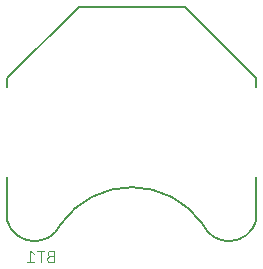
<source format=gbr>
G04 #@! TF.GenerationSoftware,KiCad,Pcbnew,5.1.5-52549c5~86~ubuntu19.04.1*
G04 #@! TF.CreationDate,2020-07-03T08:07:59-07:00*
G04 #@! TF.ProjectId,smd-star,736d642d-7374-4617-922e-6b696361645f,rev?*
G04 #@! TF.SameCoordinates,Original*
G04 #@! TF.FileFunction,Legend,Bot*
G04 #@! TF.FilePolarity,Positive*
%FSLAX46Y46*%
G04 Gerber Fmt 4.6, Leading zero omitted, Abs format (unit mm)*
G04 Created by KiCad (PCBNEW 5.1.5-52549c5~86~ubuntu19.04.1) date 2020-07-03 08:07:59*
%MOMM*%
%LPD*%
G04 APERTURE LIST*
%ADD10C,0.127000*%
%ADD11C,0.015000*%
G04 APERTURE END LIST*
D10*
X-10555000Y2794000D02*
X-10555000Y3564000D01*
X-10555000Y3564000D02*
X-4500000Y9554000D01*
X-4500000Y9554000D02*
X4500000Y9554000D01*
X4500000Y9554000D02*
X10555000Y3564000D01*
X10555000Y3564000D02*
X10555000Y2794000D01*
X10555000Y-4826000D02*
X10555000Y-8516000D01*
X10554999Y-8516000D02*
G75*
G02X6000000Y-8816000I-2332837J690214D01*
G01*
X5999999Y-8816000D02*
G75*
G03X-6000000Y-8816000I-5999999J-4201245D01*
G01*
X-6000000Y-8816000D02*
G75*
G02X-10555000Y-8516000I-2222162J990214D01*
G01*
X-10555000Y-8516000D02*
X-10555000Y-4826000D01*
D11*
X-6904285Y-11549571D02*
X-7047142Y-11597190D01*
X-7094761Y-11644809D01*
X-7142380Y-11740047D01*
X-7142380Y-11882904D01*
X-7094761Y-11978142D01*
X-7047142Y-12025761D01*
X-6951904Y-12073380D01*
X-6570952Y-12073380D01*
X-6570952Y-11073380D01*
X-6904285Y-11073380D01*
X-6999523Y-11121000D01*
X-7047142Y-11168619D01*
X-7094761Y-11263857D01*
X-7094761Y-11359095D01*
X-7047142Y-11454333D01*
X-6999523Y-11501952D01*
X-6904285Y-11549571D01*
X-6570952Y-11549571D01*
X-7428095Y-11073380D02*
X-7999523Y-11073380D01*
X-7713809Y-12073380D02*
X-7713809Y-11073380D01*
X-8856666Y-12073380D02*
X-8285238Y-12073380D01*
X-8570952Y-12073380D02*
X-8570952Y-11073380D01*
X-8475714Y-11216238D01*
X-8380476Y-11311476D01*
X-8285238Y-11359095D01*
M02*

</source>
